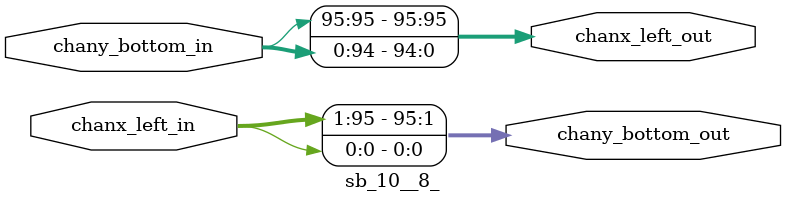
<source format=v>
`timescale 1ns / 1ps

`default_nettype wire

// ----- Verilog module for sb_10__8_ -----
module sb_10__8_(chany_bottom_in,
                 chanx_left_in,
                 chany_bottom_out,
                 chanx_left_out);
//----- INPUT PORTS -----
input [0:95] chany_bottom_in;
//----- INPUT PORTS -----
input [0:95] chanx_left_in;
//----- OUTPUT PORTS -----
output [0:95] chany_bottom_out;
//----- OUTPUT PORTS -----
output [0:95] chanx_left_out;

//----- BEGIN Registered ports -----
//----- END Registered ports -----



// ----- BEGIN Local short connections -----
// ----- Local connection due to Wire 0 -----
// ----- Net source id 0 -----
// ----- Net sink id 0 -----
	assign chanx_left_out[1] = chany_bottom_in[0];
// ----- Local connection due to Wire 1 -----
// ----- Net source id 0 -----
// ----- Net sink id 0 -----
	assign chanx_left_out[2] = chany_bottom_in[1];
// ----- Local connection due to Wire 2 -----
// ----- Net source id 0 -----
// ----- Net sink id 0 -----
	assign chanx_left_out[3] = chany_bottom_in[2];
// ----- Local connection due to Wire 3 -----
// ----- Net source id 0 -----
// ----- Net sink id 0 -----
	assign chanx_left_out[4] = chany_bottom_in[3];
// ----- Local connection due to Wire 4 -----
// ----- Net source id 0 -----
// ----- Net sink id 0 -----
	assign chanx_left_out[5] = chany_bottom_in[4];
// ----- Local connection due to Wire 5 -----
// ----- Net source id 0 -----
// ----- Net sink id 0 -----
	assign chanx_left_out[6] = chany_bottom_in[5];
// ----- Local connection due to Wire 6 -----
// ----- Net source id 0 -----
// ----- Net sink id 0 -----
	assign chanx_left_out[7] = chany_bottom_in[6];
// ----- Local connection due to Wire 7 -----
// ----- Net source id 0 -----
// ----- Net sink id 0 -----
	assign chanx_left_out[8] = chany_bottom_in[7];
// ----- Local connection due to Wire 8 -----
// ----- Net source id 0 -----
// ----- Net sink id 0 -----
	assign chanx_left_out[9] = chany_bottom_in[8];
// ----- Local connection due to Wire 9 -----
// ----- Net source id 0 -----
// ----- Net sink id 0 -----
	assign chanx_left_out[10] = chany_bottom_in[9];
// ----- Local connection due to Wire 10 -----
// ----- Net source id 0 -----
// ----- Net sink id 0 -----
	assign chanx_left_out[11] = chany_bottom_in[10];
// ----- Local connection due to Wire 11 -----
// ----- Net source id 0 -----
// ----- Net sink id 0 -----
	assign chanx_left_out[12] = chany_bottom_in[11];
// ----- Local connection due to Wire 12 -----
// ----- Net source id 0 -----
// ----- Net sink id 0 -----
	assign chanx_left_out[13] = chany_bottom_in[12];
// ----- Local connection due to Wire 13 -----
// ----- Net source id 0 -----
// ----- Net sink id 0 -----
	assign chanx_left_out[14] = chany_bottom_in[13];
// ----- Local connection due to Wire 14 -----
// ----- Net source id 0 -----
// ----- Net sink id 0 -----
	assign chanx_left_out[15] = chany_bottom_in[14];
// ----- Local connection due to Wire 15 -----
// ----- Net source id 0 -----
// ----- Net sink id 0 -----
	assign chanx_left_out[16] = chany_bottom_in[15];
// ----- Local connection due to Wire 16 -----
// ----- Net source id 0 -----
// ----- Net sink id 0 -----
	assign chanx_left_out[17] = chany_bottom_in[16];
// ----- Local connection due to Wire 17 -----
// ----- Net source id 0 -----
// ----- Net sink id 0 -----
	assign chanx_left_out[18] = chany_bottom_in[17];
// ----- Local connection due to Wire 18 -----
// ----- Net source id 0 -----
// ----- Net sink id 0 -----
	assign chanx_left_out[19] = chany_bottom_in[18];
// ----- Local connection due to Wire 19 -----
// ----- Net source id 0 -----
// ----- Net sink id 0 -----
	assign chanx_left_out[20] = chany_bottom_in[19];
// ----- Local connection due to Wire 20 -----
// ----- Net source id 0 -----
// ----- Net sink id 0 -----
	assign chanx_left_out[21] = chany_bottom_in[20];
// ----- Local connection due to Wire 21 -----
// ----- Net source id 0 -----
// ----- Net sink id 0 -----
	assign chanx_left_out[22] = chany_bottom_in[21];
// ----- Local connection due to Wire 22 -----
// ----- Net source id 0 -----
// ----- Net sink id 0 -----
	assign chanx_left_out[23] = chany_bottom_in[22];
// ----- Local connection due to Wire 23 -----
// ----- Net source id 0 -----
// ----- Net sink id 0 -----
	assign chanx_left_out[24] = chany_bottom_in[23];
// ----- Local connection due to Wire 24 -----
// ----- Net source id 0 -----
// ----- Net sink id 0 -----
	assign chanx_left_out[25] = chany_bottom_in[24];
// ----- Local connection due to Wire 25 -----
// ----- Net source id 0 -----
// ----- Net sink id 0 -----
	assign chanx_left_out[26] = chany_bottom_in[25];
// ----- Local connection due to Wire 26 -----
// ----- Net source id 0 -----
// ----- Net sink id 0 -----
	assign chanx_left_out[27] = chany_bottom_in[26];
// ----- Local connection due to Wire 27 -----
// ----- Net source id 0 -----
// ----- Net sink id 0 -----
	assign chanx_left_out[28] = chany_bottom_in[27];
// ----- Local connection due to Wire 28 -----
// ----- Net source id 0 -----
// ----- Net sink id 0 -----
	assign chanx_left_out[29] = chany_bottom_in[28];
// ----- Local connection due to Wire 29 -----
// ----- Net source id 0 -----
// ----- Net sink id 0 -----
	assign chanx_left_out[30] = chany_bottom_in[29];
// ----- Local connection due to Wire 30 -----
// ----- Net source id 0 -----
// ----- Net sink id 0 -----
	assign chanx_left_out[31] = chany_bottom_in[30];
// ----- Local connection due to Wire 31 -----
// ----- Net source id 0 -----
// ----- Net sink id 0 -----
	assign chanx_left_out[32] = chany_bottom_in[31];
// ----- Local connection due to Wire 32 -----
// ----- Net source id 0 -----
// ----- Net sink id 0 -----
	assign chanx_left_out[33] = chany_bottom_in[32];
// ----- Local connection due to Wire 33 -----
// ----- Net source id 0 -----
// ----- Net sink id 0 -----
	assign chanx_left_out[34] = chany_bottom_in[33];
// ----- Local connection due to Wire 34 -----
// ----- Net source id 0 -----
// ----- Net sink id 0 -----
	assign chanx_left_out[35] = chany_bottom_in[34];
// ----- Local connection due to Wire 35 -----
// ----- Net source id 0 -----
// ----- Net sink id 0 -----
	assign chanx_left_out[36] = chany_bottom_in[35];
// ----- Local connection due to Wire 36 -----
// ----- Net source id 0 -----
// ----- Net sink id 0 -----
	assign chanx_left_out[37] = chany_bottom_in[36];
// ----- Local connection due to Wire 37 -----
// ----- Net source id 0 -----
// ----- Net sink id 0 -----
	assign chanx_left_out[38] = chany_bottom_in[37];
// ----- Local connection due to Wire 38 -----
// ----- Net source id 0 -----
// ----- Net sink id 0 -----
	assign chanx_left_out[39] = chany_bottom_in[38];
// ----- Local connection due to Wire 39 -----
// ----- Net source id 0 -----
// ----- Net sink id 0 -----
	assign chanx_left_out[40] = chany_bottom_in[39];
// ----- Local connection due to Wire 40 -----
// ----- Net source id 0 -----
// ----- Net sink id 0 -----
	assign chanx_left_out[41] = chany_bottom_in[40];
// ----- Local connection due to Wire 41 -----
// ----- Net source id 0 -----
// ----- Net sink id 0 -----
	assign chanx_left_out[42] = chany_bottom_in[41];
// ----- Local connection due to Wire 42 -----
// ----- Net source id 0 -----
// ----- Net sink id 0 -----
	assign chanx_left_out[43] = chany_bottom_in[42];
// ----- Local connection due to Wire 43 -----
// ----- Net source id 0 -----
// ----- Net sink id 0 -----
	assign chanx_left_out[44] = chany_bottom_in[43];
// ----- Local connection due to Wire 44 -----
// ----- Net source id 0 -----
// ----- Net sink id 0 -----
	assign chanx_left_out[45] = chany_bottom_in[44];
// ----- Local connection due to Wire 45 -----
// ----- Net source id 0 -----
// ----- Net sink id 0 -----
	assign chanx_left_out[46] = chany_bottom_in[45];
// ----- Local connection due to Wire 46 -----
// ----- Net source id 0 -----
// ----- Net sink id 0 -----
	assign chanx_left_out[47] = chany_bottom_in[46];
// ----- Local connection due to Wire 47 -----
// ----- Net source id 0 -----
// ----- Net sink id 0 -----
	assign chanx_left_out[48] = chany_bottom_in[47];
// ----- Local connection due to Wire 48 -----
// ----- Net source id 0 -----
// ----- Net sink id 0 -----
	assign chanx_left_out[49] = chany_bottom_in[48];
// ----- Local connection due to Wire 49 -----
// ----- Net source id 0 -----
// ----- Net sink id 0 -----
	assign chanx_left_out[50] = chany_bottom_in[49];
// ----- Local connection due to Wire 50 -----
// ----- Net source id 0 -----
// ----- Net sink id 0 -----
	assign chanx_left_out[51] = chany_bottom_in[50];
// ----- Local connection due to Wire 51 -----
// ----- Net source id 0 -----
// ----- Net sink id 0 -----
	assign chanx_left_out[52] = chany_bottom_in[51];
// ----- Local connection due to Wire 52 -----
// ----- Net source id 0 -----
// ----- Net sink id 0 -----
	assign chanx_left_out[53] = chany_bottom_in[52];
// ----- Local connection due to Wire 53 -----
// ----- Net source id 0 -----
// ----- Net sink id 0 -----
	assign chanx_left_out[54] = chany_bottom_in[53];
// ----- Local connection due to Wire 54 -----
// ----- Net source id 0 -----
// ----- Net sink id 0 -----
	assign chanx_left_out[55] = chany_bottom_in[54];
// ----- Local connection due to Wire 55 -----
// ----- Net source id 0 -----
// ----- Net sink id 0 -----
	assign chanx_left_out[56] = chany_bottom_in[55];
// ----- Local connection due to Wire 56 -----
// ----- Net source id 0 -----
// ----- Net sink id 0 -----
	assign chanx_left_out[57] = chany_bottom_in[56];
// ----- Local connection due to Wire 57 -----
// ----- Net source id 0 -----
// ----- Net sink id 0 -----
	assign chanx_left_out[58] = chany_bottom_in[57];
// ----- Local connection due to Wire 58 -----
// ----- Net source id 0 -----
// ----- Net sink id 0 -----
	assign chanx_left_out[59] = chany_bottom_in[58];
// ----- Local connection due to Wire 59 -----
// ----- Net source id 0 -----
// ----- Net sink id 0 -----
	assign chanx_left_out[60] = chany_bottom_in[59];
// ----- Local connection due to Wire 60 -----
// ----- Net source id 0 -----
// ----- Net sink id 0 -----
	assign chanx_left_out[61] = chany_bottom_in[60];
// ----- Local connection due to Wire 61 -----
// ----- Net source id 0 -----
// ----- Net sink id 0 -----
	assign chanx_left_out[62] = chany_bottom_in[61];
// ----- Local connection due to Wire 62 -----
// ----- Net source id 0 -----
// ----- Net sink id 0 -----
	assign chanx_left_out[63] = chany_bottom_in[62];
// ----- Local connection due to Wire 63 -----
// ----- Net source id 0 -----
// ----- Net sink id 0 -----
	assign chanx_left_out[64] = chany_bottom_in[63];
// ----- Local connection due to Wire 64 -----
// ----- Net source id 0 -----
// ----- Net sink id 0 -----
	assign chanx_left_out[65] = chany_bottom_in[64];
// ----- Local connection due to Wire 65 -----
// ----- Net source id 0 -----
// ----- Net sink id 0 -----
	assign chanx_left_out[66] = chany_bottom_in[65];
// ----- Local connection due to Wire 66 -----
// ----- Net source id 0 -----
// ----- Net sink id 0 -----
	assign chanx_left_out[67] = chany_bottom_in[66];
// ----- Local connection due to Wire 67 -----
// ----- Net source id 0 -----
// ----- Net sink id 0 -----
	assign chanx_left_out[68] = chany_bottom_in[67];
// ----- Local connection due to Wire 68 -----
// ----- Net source id 0 -----
// ----- Net sink id 0 -----
	assign chanx_left_out[69] = chany_bottom_in[68];
// ----- Local connection due to Wire 69 -----
// ----- Net source id 0 -----
// ----- Net sink id 0 -----
	assign chanx_left_out[70] = chany_bottom_in[69];
// ----- Local connection due to Wire 70 -----
// ----- Net source id 0 -----
// ----- Net sink id 0 -----
	assign chanx_left_out[71] = chany_bottom_in[70];
// ----- Local connection due to Wire 71 -----
// ----- Net source id 0 -----
// ----- Net sink id 0 -----
	assign chanx_left_out[72] = chany_bottom_in[71];
// ----- Local connection due to Wire 72 -----
// ----- Net source id 0 -----
// ----- Net sink id 0 -----
	assign chanx_left_out[73] = chany_bottom_in[72];
// ----- Local connection due to Wire 73 -----
// ----- Net source id 0 -----
// ----- Net sink id 0 -----
	assign chanx_left_out[74] = chany_bottom_in[73];
// ----- Local connection due to Wire 74 -----
// ----- Net source id 0 -----
// ----- Net sink id 0 -----
	assign chanx_left_out[75] = chany_bottom_in[74];
// ----- Local connection due to Wire 75 -----
// ----- Net source id 0 -----
// ----- Net sink id 0 -----
	assign chanx_left_out[76] = chany_bottom_in[75];
// ----- Local connection due to Wire 76 -----
// ----- Net source id 0 -----
// ----- Net sink id 0 -----
	assign chanx_left_out[77] = chany_bottom_in[76];
// ----- Local connection due to Wire 77 -----
// ----- Net source id 0 -----
// ----- Net sink id 0 -----
	assign chanx_left_out[78] = chany_bottom_in[77];
// ----- Local connection due to Wire 78 -----
// ----- Net source id 0 -----
// ----- Net sink id 0 -----
	assign chanx_left_out[79] = chany_bottom_in[78];
// ----- Local connection due to Wire 79 -----
// ----- Net source id 0 -----
// ----- Net sink id 0 -----
	assign chanx_left_out[80] = chany_bottom_in[79];
// ----- Local connection due to Wire 80 -----
// ----- Net source id 0 -----
// ----- Net sink id 0 -----
	assign chanx_left_out[81] = chany_bottom_in[80];
// ----- Local connection due to Wire 81 -----
// ----- Net source id 0 -----
// ----- Net sink id 0 -----
	assign chanx_left_out[82] = chany_bottom_in[81];
// ----- Local connection due to Wire 82 -----
// ----- Net source id 0 -----
// ----- Net sink id 0 -----
	assign chanx_left_out[83] = chany_bottom_in[82];
// ----- Local connection due to Wire 83 -----
// ----- Net source id 0 -----
// ----- Net sink id 0 -----
	assign chanx_left_out[84] = chany_bottom_in[83];
// ----- Local connection due to Wire 84 -----
// ----- Net source id 0 -----
// ----- Net sink id 0 -----
	assign chanx_left_out[85] = chany_bottom_in[84];
// ----- Local connection due to Wire 85 -----
// ----- Net source id 0 -----
// ----- Net sink id 0 -----
	assign chanx_left_out[86] = chany_bottom_in[85];
// ----- Local connection due to Wire 86 -----
// ----- Net source id 0 -----
// ----- Net sink id 0 -----
	assign chanx_left_out[87] = chany_bottom_in[86];
// ----- Local connection due to Wire 87 -----
// ----- Net source id 0 -----
// ----- Net sink id 0 -----
	assign chanx_left_out[88] = chany_bottom_in[87];
// ----- Local connection due to Wire 88 -----
// ----- Net source id 0 -----
// ----- Net sink id 0 -----
	assign chanx_left_out[89] = chany_bottom_in[88];
// ----- Local connection due to Wire 89 -----
// ----- Net source id 0 -----
// ----- Net sink id 0 -----
	assign chanx_left_out[90] = chany_bottom_in[89];
// ----- Local connection due to Wire 90 -----
// ----- Net source id 0 -----
// ----- Net sink id 0 -----
	assign chanx_left_out[91] = chany_bottom_in[90];
// ----- Local connection due to Wire 91 -----
// ----- Net source id 0 -----
// ----- Net sink id 0 -----
	assign chanx_left_out[92] = chany_bottom_in[91];
// ----- Local connection due to Wire 92 -----
// ----- Net source id 0 -----
// ----- Net sink id 0 -----
	assign chanx_left_out[93] = chany_bottom_in[92];
// ----- Local connection due to Wire 93 -----
// ----- Net source id 0 -----
// ----- Net sink id 0 -----
	assign chanx_left_out[94] = chany_bottom_in[93];
// ----- Local connection due to Wire 94 -----
// ----- Net source id 0 -----
// ----- Net sink id 0 -----
	assign chanx_left_out[95] = chany_bottom_in[94];
// ----- Local connection due to Wire 95 -----
// ----- Net source id 0 -----
// ----- Net sink id 0 -----
	assign chanx_left_out[0] = chany_bottom_in[95];
// ----- Local connection due to Wire 96 -----
// ----- Net source id 0 -----
// ----- Net sink id 0 -----
	assign chany_bottom_out[95] = chanx_left_in[0];
// ----- Local connection due to Wire 97 -----
// ----- Net source id 0 -----
// ----- Net sink id 0 -----
	assign chany_bottom_out[0] = chanx_left_in[1];
// ----- Local connection due to Wire 98 -----
// ----- Net source id 0 -----
// ----- Net sink id 0 -----
	assign chany_bottom_out[1] = chanx_left_in[2];
// ----- Local connection due to Wire 99 -----
// ----- Net source id 0 -----
// ----- Net sink id 0 -----
	assign chany_bottom_out[2] = chanx_left_in[3];
// ----- Local connection due to Wire 100 -----
// ----- Net source id 0 -----
// ----- Net sink id 0 -----
	assign chany_bottom_out[3] = chanx_left_in[4];
// ----- Local connection due to Wire 101 -----
// ----- Net source id 0 -----
// ----- Net sink id 0 -----
	assign chany_bottom_out[4] = chanx_left_in[5];
// ----- Local connection due to Wire 102 -----
// ----- Net source id 0 -----
// ----- Net sink id 0 -----
	assign chany_bottom_out[5] = chanx_left_in[6];
// ----- Local connection due to Wire 103 -----
// ----- Net source id 0 -----
// ----- Net sink id 0 -----
	assign chany_bottom_out[6] = chanx_left_in[7];
// ----- Local connection due to Wire 104 -----
// ----- Net source id 0 -----
// ----- Net sink id 0 -----
	assign chany_bottom_out[7] = chanx_left_in[8];
// ----- Local connection due to Wire 105 -----
// ----- Net source id 0 -----
// ----- Net sink id 0 -----
	assign chany_bottom_out[8] = chanx_left_in[9];
// ----- Local connection due to Wire 106 -----
// ----- Net source id 0 -----
// ----- Net sink id 0 -----
	assign chany_bottom_out[9] = chanx_left_in[10];
// ----- Local connection due to Wire 107 -----
// ----- Net source id 0 -----
// ----- Net sink id 0 -----
	assign chany_bottom_out[10] = chanx_left_in[11];
// ----- Local connection due to Wire 108 -----
// ----- Net source id 0 -----
// ----- Net sink id 0 -----
	assign chany_bottom_out[11] = chanx_left_in[12];
// ----- Local connection due to Wire 109 -----
// ----- Net source id 0 -----
// ----- Net sink id 0 -----
	assign chany_bottom_out[12] = chanx_left_in[13];
// ----- Local connection due to Wire 110 -----
// ----- Net source id 0 -----
// ----- Net sink id 0 -----
	assign chany_bottom_out[13] = chanx_left_in[14];
// ----- Local connection due to Wire 111 -----
// ----- Net source id 0 -----
// ----- Net sink id 0 -----
	assign chany_bottom_out[14] = chanx_left_in[15];
// ----- Local connection due to Wire 112 -----
// ----- Net source id 0 -----
// ----- Net sink id 0 -----
	assign chany_bottom_out[15] = chanx_left_in[16];
// ----- Local connection due to Wire 113 -----
// ----- Net source id 0 -----
// ----- Net sink id 0 -----
	assign chany_bottom_out[16] = chanx_left_in[17];
// ----- Local connection due to Wire 114 -----
// ----- Net source id 0 -----
// ----- Net sink id 0 -----
	assign chany_bottom_out[17] = chanx_left_in[18];
// ----- Local connection due to Wire 115 -----
// ----- Net source id 0 -----
// ----- Net sink id 0 -----
	assign chany_bottom_out[18] = chanx_left_in[19];
// ----- Local connection due to Wire 116 -----
// ----- Net source id 0 -----
// ----- Net sink id 0 -----
	assign chany_bottom_out[19] = chanx_left_in[20];
// ----- Local connection due to Wire 117 -----
// ----- Net source id 0 -----
// ----- Net sink id 0 -----
	assign chany_bottom_out[20] = chanx_left_in[21];
// ----- Local connection due to Wire 118 -----
// ----- Net source id 0 -----
// ----- Net sink id 0 -----
	assign chany_bottom_out[21] = chanx_left_in[22];
// ----- Local connection due to Wire 119 -----
// ----- Net source id 0 -----
// ----- Net sink id 0 -----
	assign chany_bottom_out[22] = chanx_left_in[23];
// ----- Local connection due to Wire 120 -----
// ----- Net source id 0 -----
// ----- Net sink id 0 -----
	assign chany_bottom_out[23] = chanx_left_in[24];
// ----- Local connection due to Wire 121 -----
// ----- Net source id 0 -----
// ----- Net sink id 0 -----
	assign chany_bottom_out[24] = chanx_left_in[25];
// ----- Local connection due to Wire 122 -----
// ----- Net source id 0 -----
// ----- Net sink id 0 -----
	assign chany_bottom_out[25] = chanx_left_in[26];
// ----- Local connection due to Wire 123 -----
// ----- Net source id 0 -----
// ----- Net sink id 0 -----
	assign chany_bottom_out[26] = chanx_left_in[27];
// ----- Local connection due to Wire 124 -----
// ----- Net source id 0 -----
// ----- Net sink id 0 -----
	assign chany_bottom_out[27] = chanx_left_in[28];
// ----- Local connection due to Wire 125 -----
// ----- Net source id 0 -----
// ----- Net sink id 0 -----
	assign chany_bottom_out[28] = chanx_left_in[29];
// ----- Local connection due to Wire 126 -----
// ----- Net source id 0 -----
// ----- Net sink id 0 -----
	assign chany_bottom_out[29] = chanx_left_in[30];
// ----- Local connection due to Wire 127 -----
// ----- Net source id 0 -----
// ----- Net sink id 0 -----
	assign chany_bottom_out[30] = chanx_left_in[31];
// ----- Local connection due to Wire 128 -----
// ----- Net source id 0 -----
// ----- Net sink id 0 -----
	assign chany_bottom_out[31] = chanx_left_in[32];
// ----- Local connection due to Wire 129 -----
// ----- Net source id 0 -----
// ----- Net sink id 0 -----
	assign chany_bottom_out[32] = chanx_left_in[33];
// ----- Local connection due to Wire 130 -----
// ----- Net source id 0 -----
// ----- Net sink id 0 -----
	assign chany_bottom_out[33] = chanx_left_in[34];
// ----- Local connection due to Wire 131 -----
// ----- Net source id 0 -----
// ----- Net sink id 0 -----
	assign chany_bottom_out[34] = chanx_left_in[35];
// ----- Local connection due to Wire 132 -----
// ----- Net source id 0 -----
// ----- Net sink id 0 -----
	assign chany_bottom_out[35] = chanx_left_in[36];
// ----- Local connection due to Wire 133 -----
// ----- Net source id 0 -----
// ----- Net sink id 0 -----
	assign chany_bottom_out[36] = chanx_left_in[37];
// ----- Local connection due to Wire 134 -----
// ----- Net source id 0 -----
// ----- Net sink id 0 -----
	assign chany_bottom_out[37] = chanx_left_in[38];
// ----- Local connection due to Wire 135 -----
// ----- Net source id 0 -----
// ----- Net sink id 0 -----
	assign chany_bottom_out[38] = chanx_left_in[39];
// ----- Local connection due to Wire 136 -----
// ----- Net source id 0 -----
// ----- Net sink id 0 -----
	assign chany_bottom_out[39] = chanx_left_in[40];
// ----- Local connection due to Wire 137 -----
// ----- Net source id 0 -----
// ----- Net sink id 0 -----
	assign chany_bottom_out[40] = chanx_left_in[41];
// ----- Local connection due to Wire 138 -----
// ----- Net source id 0 -----
// ----- Net sink id 0 -----
	assign chany_bottom_out[41] = chanx_left_in[42];
// ----- Local connection due to Wire 139 -----
// ----- Net source id 0 -----
// ----- Net sink id 0 -----
	assign chany_bottom_out[42] = chanx_left_in[43];
// ----- Local connection due to Wire 140 -----
// ----- Net source id 0 -----
// ----- Net sink id 0 -----
	assign chany_bottom_out[43] = chanx_left_in[44];
// ----- Local connection due to Wire 141 -----
// ----- Net source id 0 -----
// ----- Net sink id 0 -----
	assign chany_bottom_out[44] = chanx_left_in[45];
// ----- Local connection due to Wire 142 -----
// ----- Net source id 0 -----
// ----- Net sink id 0 -----
	assign chany_bottom_out[45] = chanx_left_in[46];
// ----- Local connection due to Wire 143 -----
// ----- Net source id 0 -----
// ----- Net sink id 0 -----
	assign chany_bottom_out[46] = chanx_left_in[47];
// ----- Local connection due to Wire 144 -----
// ----- Net source id 0 -----
// ----- Net sink id 0 -----
	assign chany_bottom_out[47] = chanx_left_in[48];
// ----- Local connection due to Wire 145 -----
// ----- Net source id 0 -----
// ----- Net sink id 0 -----
	assign chany_bottom_out[48] = chanx_left_in[49];
// ----- Local connection due to Wire 146 -----
// ----- Net source id 0 -----
// ----- Net sink id 0 -----
	assign chany_bottom_out[49] = chanx_left_in[50];
// ----- Local connection due to Wire 147 -----
// ----- Net source id 0 -----
// ----- Net sink id 0 -----
	assign chany_bottom_out[50] = chanx_left_in[51];
// ----- Local connection due to Wire 148 -----
// ----- Net source id 0 -----
// ----- Net sink id 0 -----
	assign chany_bottom_out[51] = chanx_left_in[52];
// ----- Local connection due to Wire 149 -----
// ----- Net source id 0 -----
// ----- Net sink id 0 -----
	assign chany_bottom_out[52] = chanx_left_in[53];
// ----- Local connection due to Wire 150 -----
// ----- Net source id 0 -----
// ----- Net sink id 0 -----
	assign chany_bottom_out[53] = chanx_left_in[54];
// ----- Local connection due to Wire 151 -----
// ----- Net source id 0 -----
// ----- Net sink id 0 -----
	assign chany_bottom_out[54] = chanx_left_in[55];
// ----- Local connection due to Wire 152 -----
// ----- Net source id 0 -----
// ----- Net sink id 0 -----
	assign chany_bottom_out[55] = chanx_left_in[56];
// ----- Local connection due to Wire 153 -----
// ----- Net source id 0 -----
// ----- Net sink id 0 -----
	assign chany_bottom_out[56] = chanx_left_in[57];
// ----- Local connection due to Wire 154 -----
// ----- Net source id 0 -----
// ----- Net sink id 0 -----
	assign chany_bottom_out[57] = chanx_left_in[58];
// ----- Local connection due to Wire 155 -----
// ----- Net source id 0 -----
// ----- Net sink id 0 -----
	assign chany_bottom_out[58] = chanx_left_in[59];
// ----- Local connection due to Wire 156 -----
// ----- Net source id 0 -----
// ----- Net sink id 0 -----
	assign chany_bottom_out[59] = chanx_left_in[60];
// ----- Local connection due to Wire 157 -----
// ----- Net source id 0 -----
// ----- Net sink id 0 -----
	assign chany_bottom_out[60] = chanx_left_in[61];
// ----- Local connection due to Wire 158 -----
// ----- Net source id 0 -----
// ----- Net sink id 0 -----
	assign chany_bottom_out[61] = chanx_left_in[62];
// ----- Local connection due to Wire 159 -----
// ----- Net source id 0 -----
// ----- Net sink id 0 -----
	assign chany_bottom_out[62] = chanx_left_in[63];
// ----- Local connection due to Wire 160 -----
// ----- Net source id 0 -----
// ----- Net sink id 0 -----
	assign chany_bottom_out[63] = chanx_left_in[64];
// ----- Local connection due to Wire 161 -----
// ----- Net source id 0 -----
// ----- Net sink id 0 -----
	assign chany_bottom_out[64] = chanx_left_in[65];
// ----- Local connection due to Wire 162 -----
// ----- Net source id 0 -----
// ----- Net sink id 0 -----
	assign chany_bottom_out[65] = chanx_left_in[66];
// ----- Local connection due to Wire 163 -----
// ----- Net source id 0 -----
// ----- Net sink id 0 -----
	assign chany_bottom_out[66] = chanx_left_in[67];
// ----- Local connection due to Wire 164 -----
// ----- Net source id 0 -----
// ----- Net sink id 0 -----
	assign chany_bottom_out[67] = chanx_left_in[68];
// ----- Local connection due to Wire 165 -----
// ----- Net source id 0 -----
// ----- Net sink id 0 -----
	assign chany_bottom_out[68] = chanx_left_in[69];
// ----- Local connection due to Wire 166 -----
// ----- Net source id 0 -----
// ----- Net sink id 0 -----
	assign chany_bottom_out[69] = chanx_left_in[70];
// ----- Local connection due to Wire 167 -----
// ----- Net source id 0 -----
// ----- Net sink id 0 -----
	assign chany_bottom_out[70] = chanx_left_in[71];
// ----- Local connection due to Wire 168 -----
// ----- Net source id 0 -----
// ----- Net sink id 0 -----
	assign chany_bottom_out[71] = chanx_left_in[72];
// ----- Local connection due to Wire 169 -----
// ----- Net source id 0 -----
// ----- Net sink id 0 -----
	assign chany_bottom_out[72] = chanx_left_in[73];
// ----- Local connection due to Wire 170 -----
// ----- Net source id 0 -----
// ----- Net sink id 0 -----
	assign chany_bottom_out[73] = chanx_left_in[74];
// ----- Local connection due to Wire 171 -----
// ----- Net source id 0 -----
// ----- Net sink id 0 -----
	assign chany_bottom_out[74] = chanx_left_in[75];
// ----- Local connection due to Wire 172 -----
// ----- Net source id 0 -----
// ----- Net sink id 0 -----
	assign chany_bottom_out[75] = chanx_left_in[76];
// ----- Local connection due to Wire 173 -----
// ----- Net source id 0 -----
// ----- Net sink id 0 -----
	assign chany_bottom_out[76] = chanx_left_in[77];
// ----- Local connection due to Wire 174 -----
// ----- Net source id 0 -----
// ----- Net sink id 0 -----
	assign chany_bottom_out[77] = chanx_left_in[78];
// ----- Local connection due to Wire 175 -----
// ----- Net source id 0 -----
// ----- Net sink id 0 -----
	assign chany_bottom_out[78] = chanx_left_in[79];
// ----- Local connection due to Wire 176 -----
// ----- Net source id 0 -----
// ----- Net sink id 0 -----
	assign chany_bottom_out[79] = chanx_left_in[80];
// ----- Local connection due to Wire 177 -----
// ----- Net source id 0 -----
// ----- Net sink id 0 -----
	assign chany_bottom_out[80] = chanx_left_in[81];
// ----- Local connection due to Wire 178 -----
// ----- Net source id 0 -----
// ----- Net sink id 0 -----
	assign chany_bottom_out[81] = chanx_left_in[82];
// ----- Local connection due to Wire 179 -----
// ----- Net source id 0 -----
// ----- Net sink id 0 -----
	assign chany_bottom_out[82] = chanx_left_in[83];
// ----- Local connection due to Wire 180 -----
// ----- Net source id 0 -----
// ----- Net sink id 0 -----
	assign chany_bottom_out[83] = chanx_left_in[84];
// ----- Local connection due to Wire 181 -----
// ----- Net source id 0 -----
// ----- Net sink id 0 -----
	assign chany_bottom_out[84] = chanx_left_in[85];
// ----- Local connection due to Wire 182 -----
// ----- Net source id 0 -----
// ----- Net sink id 0 -----
	assign chany_bottom_out[85] = chanx_left_in[86];
// ----- Local connection due to Wire 183 -----
// ----- Net source id 0 -----
// ----- Net sink id 0 -----
	assign chany_bottom_out[86] = chanx_left_in[87];
// ----- Local connection due to Wire 184 -----
// ----- Net source id 0 -----
// ----- Net sink id 0 -----
	assign chany_bottom_out[87] = chanx_left_in[88];
// ----- Local connection due to Wire 185 -----
// ----- Net source id 0 -----
// ----- Net sink id 0 -----
	assign chany_bottom_out[88] = chanx_left_in[89];
// ----- Local connection due to Wire 186 -----
// ----- Net source id 0 -----
// ----- Net sink id 0 -----
	assign chany_bottom_out[89] = chanx_left_in[90];
// ----- Local connection due to Wire 187 -----
// ----- Net source id 0 -----
// ----- Net sink id 0 -----
	assign chany_bottom_out[90] = chanx_left_in[91];
// ----- Local connection due to Wire 188 -----
// ----- Net source id 0 -----
// ----- Net sink id 0 -----
	assign chany_bottom_out[91] = chanx_left_in[92];
// ----- Local connection due to Wire 189 -----
// ----- Net source id 0 -----
// ----- Net sink id 0 -----
	assign chany_bottom_out[92] = chanx_left_in[93];
// ----- Local connection due to Wire 190 -----
// ----- Net source id 0 -----
// ----- Net sink id 0 -----
	assign chany_bottom_out[93] = chanx_left_in[94];
// ----- Local connection due to Wire 191 -----
// ----- Net source id 0 -----
// ----- Net sink id 0 -----
	assign chany_bottom_out[94] = chanx_left_in[95];
// ----- END Local short connections -----
// ----- BEGIN Local output short connections -----
// ----- END Local output short connections -----

endmodule
// ----- END Verilog module for sb_10__8_ -----

//----- Default net type -----
`default_nettype none




</source>
